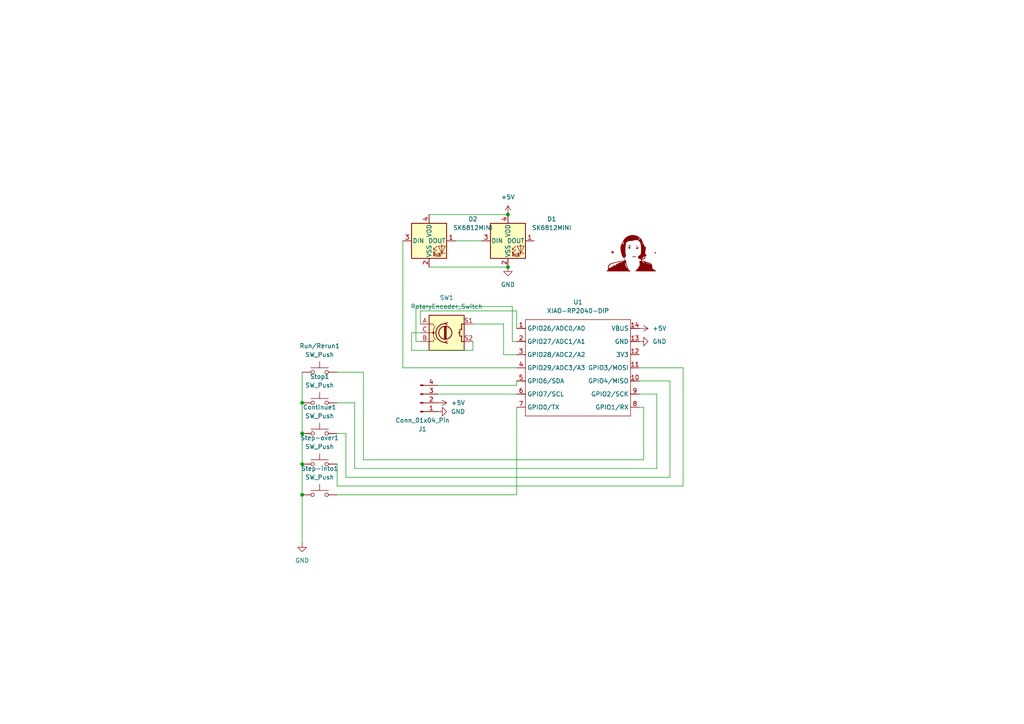
<source format=kicad_sch>
(kicad_sch (version 20250114) (generator "eeschema") (generator_version "9.0")
  (paper "A4")
  (lib_symbols
    (symbol "Connector:Conn_01x04_Pin" (pin_names (offset 1.016) (hide yes))
      (property "Reference" "J" (at 0 5.08 0))
      (property "Value" "Conn_01x04_Pin" (at 0 -7.62 0))
      (symbol "Conn_01x04_Pin_1_1"
        (rectangle (start 0.8636 2.667) (end 0 2.413) (stroke (width 0.1524)) (fill (type outline)))
        (rectangle (start 0.8636 0.127) (end 0 -0.127) (stroke (width 0.1524)) (fill (type outline)))
        (rectangle (start 0.8636 -2.413) (end 0 -2.667) (stroke (width 0.1524)) (fill (type outline)))
        (rectangle (start 0.8636 -4.953) (end 0 -5.207) (stroke (width 0.1524)) (fill (type outline)))
        (polyline (pts (xy 1.27 2.54) (xy 0.8636 2.54)) (stroke (width 0.1524)))
        (polyline (pts (xy 1.27 0) (xy 0.8636 0)) (stroke (width 0.1524)))
        (polyline (pts (xy 1.27 -2.54) (xy 0.8636 -2.54)) (stroke (width 0.1524)))
        (polyline (pts (xy 1.27 -5.08) (xy 0.8636 -5.08)) (stroke (width 0.1524)))
        (pin passive line (at 5.08 2.54 180) (length 3.81) (name "Pin_1") (number "1"))
        (pin passive line (at 5.08 0 180) (length 3.81) (name "Pin_2") (number "2"))
        (pin passive line (at 5.08 -2.54 180) (length 3.81) (name "Pin_3") (number "3"))
        (pin passive line (at 5.08 -5.08 180) (length 3.81) (name "Pin_4") (number "4"))
      )
    )
    (symbol "Device:RotaryEncoder_Switch" (pin_names (offset 0.254) (hide yes))
      (property "Reference" "SW" (at 0 6.604 0))
      (property "Value" "RotaryEncoder_Switch" (at 0 -6.604 0))
      (symbol "RotaryEncoder_Switch_0_1"
        (rectangle (start -5.08 5.08) (end 5.08 -5.08) (stroke (width 0.254)) (fill (type background)))
        (polyline (pts (xy -5.08 2.54) (xy -3.81 2.54) (xy -3.81 2.032)))
        (polyline (pts (xy -5.08 0) (xy -3.81 0) (xy -3.81 -1.016) (xy -3.302 -2.032)))
        (polyline (pts (xy -5.08 -2.54) (xy -3.81 -2.54) (xy -3.81 -2.032)))
        (polyline (pts (xy -4.318 0) (xy -3.81 0) (xy -3.81 1.016) (xy -3.302 2.032)))
        (circle (center -3.81 0) (radius 0.254) (fill (type outline)))
        (polyline (pts (xy -0.635 -1.778) (xy -0.635 1.778)) (stroke (width 0.254)))
        (circle (center -0.381 0) (radius 1.905) (stroke (width 0.254)))
        (polyline (pts (xy -0.381 -1.778) (xy -0.381 1.778)) (stroke (width 0.254)))
        (arc (start -0.381 -2.794) (mid -3.0988 -0.0635) (end -0.381 2.667) (stroke (width 0.254)))
        (polyline (pts (xy -0.127 1.778) (xy -0.127 -1.778)) (stroke (width 0.254)))
        (polyline (pts (xy 0.254 2.921) (xy -0.508 2.667) (xy 0.127 2.286)) (stroke (width 0.254)))
        (polyline (pts (xy 0.254 -3.048) (xy -0.508 -2.794) (xy 0.127 -2.413)) (stroke (width 0.254)))
        (polyline (pts (xy 3.81 1.016) (xy 3.81 -1.016)) (stroke (width 0.254)))
        (polyline (pts (xy 3.81 0) (xy 3.429 0)) (stroke (width 0.254)))
        (circle (center 4.318 1.016) (radius 0.127) (stroke (width 0.254)))
        (circle (center 4.318 -1.016) (radius 0.127) (stroke (width 0.254)))
        (polyline (pts (xy 5.08 2.54) (xy 4.318 2.54) (xy 4.318 1.016)) (stroke (width 0.254)))
        (polyline (pts (xy 5.08 -2.54) (xy 4.318 -2.54) (xy 4.318 -1.016)) (stroke (width 0.254)))
      )
      (symbol "RotaryEncoder_Switch_1_1"
        (pin passive line (at -7.62 2.54 0) (length 2.54) (name "A") (number "A"))
        (pin passive line (at -7.62 0 0) (length 2.54) (name "C") (number "C"))
        (pin passive line (at -7.62 -2.54 0) (length 2.54) (name "B") (number "B"))
        (pin passive line (at 7.62 2.54 180) (length 2.54) (name "S1") (number "S1"))
        (pin passive line (at 7.62 -2.54 180) (length 2.54) (name "S2") (number "S2"))
      )
    )
    (symbol "LED:SK6812MINI" (pin_names (offset 0.254))
      (property "Reference" "D" (at 5.08 5.715 0))
      (property "Value" "SK6812MINI" (at 1.27 -5.715 0))
      (symbol "SK6812MINI_0_0"
        (text "RGB" (at 2.286 -4.191 0) (effects (font (size 0.762 0.762))))
      )
      (symbol "SK6812MINI_0_1"
        (polyline (pts (xy 1.27 -2.54) (xy 1.778 -2.54)))
        (polyline (pts (xy 1.27 -3.556) (xy 1.778 -3.556)))
        (polyline (pts (xy 2.286 -1.524) (xy 1.27 -2.54) (xy 1.27 -2.032)))
        (polyline (pts (xy 2.286 -2.54) (xy 1.27 -3.556) (xy 1.27 -3.048)))
        (polyline (pts (xy 3.683 -1.016) (xy 3.683 -3.556) (xy 3.683 -4.064)))
        (polyline (pts (xy 4.699 -1.524) (xy 2.667 -1.524) (xy 3.683 -3.556) (xy 4.699 -1.524)))
        (polyline (pts (xy 4.699 -3.556) (xy 2.667 -3.556)))
        (rectangle (start 5.08 5.08) (end -5.08 -5.08) (stroke (width 0.254)) (fill (type background)))
      )
      (symbol "SK6812MINI_1_1"
        (pin input line (at -7.62 0 0) (length 2.54) (name "DIN") (number "3"))
        (pin power_in line (at 0 7.62 270) (length 2.54) (name "VDD") (number "4"))
        (pin power_in line (at 0 -7.62 90) (length 2.54) (name "VSS") (number "2"))
        (pin output line (at 7.62 0 180) (length 2.54) (name "DOUT") (number "1"))
      )
    )
    (symbol "OPL:XIAO-RP2040-DIP"
      (property "Reference" "U" (at 0 0 0))
      (property "Value" "XIAO-RP2040-DIP" (at 5.334 -1.778 0))
      (symbol "XIAO-RP2040-DIP_1_0"
        (polyline (pts (xy -1.27 -2.54) (xy 29.21 -2.54)) (stroke (width 0.1524)))
        (polyline (pts (xy -1.27 -5.08) (xy -2.54 -5.08)) (stroke (width 0.1524)))
        (polyline (pts (xy -1.27 -5.08) (xy -1.27 -2.54)) (stroke (width 0.1524)))
        (polyline (pts (xy -1.27 -8.89) (xy -2.54 -8.89)) (stroke (width 0.1524)))
        (polyline (pts (xy -1.27 -8.89) (xy -1.27 -5.08)) (stroke (width 0.1524)))
        (polyline (pts (xy -1.27 -12.7) (xy -2.54 -12.7)) (stroke (width 0.1524)))
        (polyline (pts (xy -1.27 -12.7) (xy -1.27 -8.89)) (stroke (width 0.1524)))
        (polyline (pts (xy -1.27 -16.51) (xy -2.54 -16.51)) (stroke (width 0.1524)))
        (polyline (pts (xy -1.27 -16.51) (xy -1.27 -12.7)) (stroke (width 0.1524)))
        (polyline (pts (xy -1.27 -20.32) (xy -2.54 -20.32)) (stroke (width 0.1524)))
        (polyline (pts (xy -1.27 -24.13) (xy -2.54 -24.13)) (stroke (width 0.1524)))
        (polyline (pts (xy -1.27 -27.94) (xy -2.54 -27.94)) (stroke (width 0.1524)))
        (polyline (pts (xy -1.27 -30.48) (xy -1.27 -16.51)) (stroke (width 0.1524)))
        (polyline (pts (xy 29.21 -2.54) (xy 29.21 -5.08)) (stroke (width 0.1524)))
        (polyline (pts (xy 29.21 -5.08) (xy 29.21 -8.89)) (stroke (width 0.1524)))
        (polyline (pts (xy 29.21 -8.89) (xy 29.21 -12.7)) (stroke (width 0.1524)))
        (polyline (pts (xy 29.21 -12.7) (xy 29.21 -30.48)) (stroke (width 0.1524)))
        (polyline (pts (xy 29.21 -30.48) (xy -1.27 -30.48)) (stroke (width 0.1524)))
        (polyline (pts (xy 30.48 -5.08) (xy 29.21 -5.08)) (stroke (width 0.1524)))
        (polyline (pts (xy 30.48 -8.89) (xy 29.21 -8.89)) (stroke (width 0.1524)))
        (polyline (pts (xy 30.48 -12.7) (xy 29.21 -12.7)) (stroke (width 0.1524)))
        (polyline (pts (xy 30.48 -16.51) (xy 29.21 -16.51)) (stroke (width 0.1524)))
        (polyline (pts (xy 30.48 -20.32) (xy 29.21 -20.32)) (stroke (width 0.1524)))
        (polyline (pts (xy 30.48 -24.13) (xy 29.21 -24.13)) (stroke (width 0.1524)))
        (polyline (pts (xy 30.48 -27.94) (xy 29.21 -27.94)) (stroke (width 0.1524)))
        (pin passive line (at -3.81 -5.08 0) (length 2.54) (name "GPIO26/ADC0/A0") (number "1"))
        (pin passive line (at -3.81 -8.89 0) (length 2.54) (name "GPIO27/ADC1/A1") (number "2"))
        (pin passive line (at -3.81 -12.7 0) (length 2.54) (name "GPIO28/ADC2/A2") (number "3"))
        (pin passive line (at -3.81 -16.51 0) (length 2.54) (name "GPIO29/ADC3/A3") (number "4"))
        (pin passive line (at -3.81 -20.32 0) (length 2.54) (name "GPIO6/SDA") (number "5"))
        (pin passive line (at -3.81 -24.13 0) (length 2.54) (name "GPIO7/SCL") (number "6"))
        (pin passive line (at -3.81 -27.94 0) (length 2.54) (name "GPIO0/TX") (number "7"))
        (pin passive line (at 31.75 -5.08 180) (length 2.54) (name "VBUS") (number "14"))
        (pin passive line (at 31.75 -8.89 180) (length 2.54) (name "GND") (number "13"))
        (pin passive line (at 31.75 -12.7 180) (length 2.54) (name "3V3") (number "12"))
        (pin passive line (at 31.75 -16.51 180) (length 2.54) (name "GPIO3/MOSI") (number "11"))
        (pin passive line (at 31.75 -20.32 180) (length 2.54) (name "GPIO4/MISO") (number "10"))
        (pin passive line (at 31.75 -24.13 180) (length 2.54) (name "GPIO2/SCK") (number "9"))
        (pin passive line (at 31.75 -27.94 180) (length 2.54) (name "GPIO1/RX") (number "8"))
      )
    )
    (symbol "Switch:SW_Push" (pin_numbers (hide yes)) (pin_names (offset 1.016) (hide yes))
      (property "Reference" "SW" (at 1.27 2.54 0))
      (property "Value" "SW_Push" (at 0 -1.524 0))
      (symbol "SW_Push_0_1"
        (circle (center -2.032 0) (radius 0.508))
        (polyline (pts (xy 0 1.27) (xy 0 3.048)))
        (circle (center 2.032 0) (radius 0.508))
        (polyline (pts (xy 2.54 1.27) (xy -2.54 1.27)))
        (pin passive line (at -5.08 0 0) (length 2.54) (name "1") (number "1"))
        (pin passive line (at 5.08 0 180) (length 2.54) (name "2") (number "2"))
      )
    )
    (symbol "aaaa:LOGO" (pin_names (offset 1.016))
      (symbol "LOGO_0_0"
        (polyline (pts (xy -4.9954 -0.9737) (xy -4.8827 -0.8534) (xy -4.8261 -0.7489) (xy -4.8578 -0.7073) (xy -4.9954 -0.6773) (xy -5.0953 -0.6539) (xy -5.1714 -0.5292) (xy -5.1831 -0.4619) (xy -5.2192 -0.4821) (xy -5.2532 -0.5243) (xy -5.3819 -0.5365) (xy -5.4079 -0.5288) (xy -5.4818 -0.5707) (xy -5.5034 -0.7529) (xy -5.4814 -0.9489) (xy -5.4043 -1.0088) (xy -5.2664 -0.9144) (xy -5.1861 -0.8666) (xy -5.1647 -0.9698) (xy -5.1602 -1.0612) (xy -5.118 -1.0759) (xy -4.9954 -0.9737)) (stroke (width 0.01)) (fill (type outline)))
        (polyline (pts (xy -4.0492 -4.3148) (xy -3.9371 -4.2333) (xy -3.9235 -4.2008) (xy -3.9694 -4.1487) (xy -3.9943 -4.1518) (xy -4.1064 -4.2333) (xy -4.12 -4.2658) (xy -4.0741 -4.318) (xy -4.0492 -4.3148)) (stroke (width 0.01)) (fill (type outline)))
        (polyline (pts (xy -1.6934 -2.8363) (xy -1.7357 -2.794) (xy -1.7781 -2.8363) (xy -1.7357 -2.8787) (xy -1.6934 -2.8363)) (stroke (width 0.01)) (fill (type outline)))
        (polyline (pts (xy -0.7621 1.0583) (xy -0.8044 1.1007) (xy -0.8467 1.0583) (xy -0.8044 1.016) (xy -0.7621 1.0583)) (stroke (width 0.01)) (fill (type outline)))
        (polyline (pts (xy -0.6774 0.5503) (xy -0.7197 0.5927) (xy -0.7621 0.5503) (xy -0.7197 0.508) (xy -0.6774 0.5503)) (stroke (width 0.01)) (fill (type outline)))
        (polyline (pts (xy -0.3435 -6.0536) (xy -0.3748 -6.0302) (xy -0.4989 -5.9159) (xy -0.6097 -5.7626) (xy -0.7235 -5.5396) (xy -0.8563 -5.2164) (xy -1.0243 -4.7625) (xy -1.0508 -4.6885) (xy -1.1882 -4.2812) (xy -1.2878 -3.9453) (xy -1.3417 -3.7094) (xy -1.3418 -3.6025) (xy -1.2985 -3.5374) (xy -1.2641 -3.359) (xy -1.3132 -3.2008) (xy -1.4324 -3.1327) (xy -1.5273 -3.1156) (xy -1.6373 -3.0268) (xy -1.6654 -2.9843) (xy -1.6867 -3.0601) (xy -1.7253 -3.17) (xy -1.9005 -3.2696) (xy -2.2244 -3.302) (xy -2.2434 -3.3022) (xy -2.5408 -3.3284) (xy -2.9575 -3.3928) (xy -3.4535 -3.4865) (xy -3.9893 -3.6007) (xy -4.5251 -3.7264) (xy -5.021 -3.855) (xy -5.4373 -3.9773) (xy -5.7343 -4.0847) (xy -5.8047 -4.1186) (xy -6.0894 -4.3094) (xy -6.3174 -4.5348) (xy -6.385 -4.6269) (xy -6.4824 -4.8075) (xy -6.5131 -5.0051) (xy -6.5062 -5.114) (xy -6.3501 -5.114) (xy -6.3459 -5.0122) (xy -6.2672 -4.7146) (xy -6.0744 -4.4664) (xy -5.7492 -4.2491) (xy -5.2731 -4.0445) (xy -5.053 -3.969) (xy -4.6118 -3.838) (xy -4.1208 -3.7116) (xy -3.6155 -3.597) (xy -3.1311 -3.5014) (xy -2.7031 -3.4322) (xy -2.3667 -3.3967) (xy -2.1573 -3.4021) (xy -2.0704 -3.4324) (xy -2.0956 -3.4847) (xy -2.2607 -3.5814) (xy -2.2708 -3.5867) (xy -2.5262 -3.6848) (xy -2.7631 -3.7253) (xy -2.7723 -3.7254) (xy -2.9764 -3.7619) (xy -3.2259 -3.8472) (xy -3.4687 -3.9578) (xy -3.6489 -4.0679) (xy -1.6219 -4.0679) (xy -1.611 -3.8806) (xy -1.5379 -3.81) (xy -1.4937 -3.8663) (xy -1.4052 -4.0541) (xy -1.2896 -4.3424) (xy -1.1607 -4.699) (xy -1.1115 -4.8434) (xy -0.988 -5.2325) (xy -0.9305 -5.4727) (xy -0.9391 -5.5696) (xy -1.0135 -5.5286) (xy -1.1538 -5.3552) (xy -1.2255 -5.2468) (xy -1.3723 -4.9613) (xy -1.4933 -4.6451) (xy -1.5796 -4.335) (xy -1.6219 -4.0679) (xy -3.6489 -4.0679) (xy -3.6525 -4.0701) (xy -3.7254 -4.1605) (xy -3.7299 -4.1765) (xy -3.8304 -4.2664) (xy -4.0217 -4.3658) (xy -4.0725 -4.3883) (xy -4.2474 -4.492) (xy -4.3181 -4.5798) (xy -4.381 -4.6305) (xy -4.5721 -4.6143) (xy -4.7535 -4.5967) (xy -4.8261 -4.6499) (xy -4.8458 -4.6964) (xy -4.9672 -4.7413) (xy -5.0344 -4.7508) (xy -5.0498 -4.7999) (xy -5.0515 -4.8182) (xy -5.1112 -4.8683) (xy -4.9107 -4.8683) (xy -4.8684 -4.826) (xy -4.8261 -4.8683) (xy -4.8684 -4.9107) (xy -4.9107 -4.8683) (xy -5.1112 -4.8683) (xy -5.1518 -4.9024) (xy -5.3615 -5.0288) (xy -5.6495 -5.1777) (xy -5.7758 -5.2388) (xy -6.0522 -5.3716) (xy -6.2486 -5.4644) (xy -6.3289 -5.5001) (xy -6.3355 -5.4816) (xy -6.346 -5.3434) (xy -6.3501 -5.114) (xy -6.5062 -5.114) (xy -6.4948 -5.2944) (xy -6.4817 -5.4368) (xy -6.4817 -5.6722) (xy -6.5358 -5.8408) (xy -6.66 -6.012) (xy -6.8731 -6.2653) (xy -3.4625 -6.2653) (xy -0.0519 -6.2653) (xy -0.3435 -6.0536)) (stroke (width 0.01)) (fill (type outline)))
        (polyline (pts (xy -0.2541 0.8043) (xy -0.2964 0.8467) (xy -0.3387 0.8043) (xy -0.2964 0.762) (xy -0.2541 0.8043)) (stroke (width 0.01)) (fill (type outline)))
        (polyline (pts (xy -0.2255 0.2881) (xy -0.1251 0.4297) (xy -0.1095 0.4795) (xy -0.0923 0.5946) (xy -0.1621 0.6555) (xy -0.3577 0.7088) (xy -0.4271 0.7238) (xy -0.5437 0.7209) (xy -0.5482 0.6361) (xy -0.5314 0.5826) (xy -0.4684 0.381) (xy -0.4622 0.3635) (xy -0.3593 0.263) (xy -0.2255 0.2881)) (stroke (width 0.01)) (fill (type outline)))
        (polyline (pts (xy -0.0722 1.0397) (xy 0.0423 1.1007) (xy 0.0472 1.1122) (xy -0.0141 1.1653) (xy -0.2068 1.1853) (xy -0.25 1.1845) (xy -0.4336 1.1563) (xy -0.5081 1.1007) (xy -0.4353 1.041) (xy -0.2591 1.016) (xy -0.0722 1.0397)) (stroke (width 0.01)) (fill (type outline)))
        (polyline (pts (xy 1.061 -2.1166) (xy 1.3359 -2.1058) (xy 1.519 -2.0786) (xy 1.5717 -2.0408) (xy 1.5253 -2.021) (xy 1.3511 -2.0052) (xy 1.1046 -2.0059) (xy 0.8441 -2.0207) (xy 0.6281 -2.0472) (xy 0.515 -2.0832) (xy 0.5144 -2.0839) (xy 0.5783 -2.1004) (xy 0.7699 -2.1122) (xy 1.0491 -2.1167) (xy 1.061 -2.1166)) (stroke (width 0.01)) (fill (type outline)))
        (polyline (pts (xy 1.8354 1.0365) (xy 1.9524 1.0498) (xy 1.9261 1.0744) (xy 1.8445 1.0875) (xy 1.6298 1.0744) (xy 1.6057 1.0665) (xy 1.6239 1.0445) (xy 1.7779 1.0357) (xy 1.8354 1.0365)) (stroke (width 0.01)) (fill (type outline)))
        (polyline (pts (xy 2.0186 0.2038) (xy 2.1205 0.3459) (xy 2.1777 0.4664) (xy 2.1678 0.5567) (xy 2.0319 0.5947) (xy 1.8882 0.6068) (xy 1.737 0.5652) (xy 1.6933 0.4304) (xy 1.7103 0.3354) (xy 1.7991 0.2254) (xy 1.8933 0.1922) (xy 2.0186 0.2038)) (stroke (width 0.01)) (fill (type outline)))
        (polyline (pts (xy 2.2013 0.7197) (xy 2.1589 0.762) (xy 2.1166 0.7197) (xy 2.1589 0.6773) (xy 2.2013 0.7197)) (stroke (width 0.01)) (fill (type outline)))
        (polyline (pts (xy 2.3706 0.5503) (xy 2.3283 0.5927) (xy 2.2859 0.5503) (xy 2.3283 0.508) (xy 2.3706 0.5503)) (stroke (width 0.01)) (fill (type outline)))
        (polyline (pts (xy 2.7331 2.8811) (xy 2.7939 2.9633) (xy 2.7778 3.0038) (xy 2.6619 3.048) (xy 2.6014 3.0358) (xy 2.5823 2.9633) (xy 2.5996 2.9402) (xy 2.7142 2.8787) (xy 2.7331 2.8811)) (stroke (width 0.01)) (fill (type outline)))
        (polyline (pts (xy 4.2333 -3.2597) (xy 4.1909 -3.2173) (xy 4.1486 -3.2597) (xy 4.1909 -3.302) (xy 4.2333 -3.2597)) (stroke (width 0.01)) (fill (type outline)))
        (polyline (pts (xy 5.6415 -6.259) (xy 6.2121 -6.2562) (xy 6.6886 -6.252) (xy 7.0524 -6.2466) (xy 7.2844 -6.2402) (xy 7.3659 -6.2329) (xy 7.3623 -6.2269) (xy 7.2691 -6.1516) (xy 7.0754 -6.0151) (xy 6.8156 -5.842) (xy 6.2653 -5.4834) (xy 6.2653 -5.0756) (xy 6.2599 -4.8852) (xy 6.2026 -4.5385) (xy 6.0647 -4.2705) (xy 5.8241 -4.0584) (xy 5.4589 -3.8794) (xy 4.9468 -3.7106) (xy 4.8446 -3.6807) (xy 4.5466 -3.5889) (xy 4.329 -3.515) (xy 4.2333 -3.4728) (xy 4.1688 -3.4451) (xy 4.0004 -3.4229) (xy 3.9187 -3.4203) (xy 3.5805 -3.4065) (xy 3.3734 -3.3852) (xy 3.2652 -3.3463) (xy 3.2239 -3.2796) (xy 3.2173 -3.175) (xy 3.2176 -3.1504) (xy 3.2628 -3.0025) (xy 3.413 -2.9633) (xy 3.6108 -2.9076) (xy 3.8135 -2.7728) (xy 3.8273 -2.7601) (xy 3.9832 -2.6408) (xy 4.0834 -2.6035) (xy 4.0941 -2.6061) (xy 4.1277 -2.5612) (xy 4.1293 -2.4482) (xy 4.1858 -2.2452) (xy 4.2778 -2.0257) (xy 4.3793 -1.85) (xy 4.4644 -1.778) (xy 4.4908 -1.7757) (xy 4.5672 -1.703) (xy 4.5553 -1.5719) (xy 4.4733 -1.4412) (xy 4.3391 -1.3699) (xy 4.2725 -1.3593) (xy 4.1997 -1.3291) (xy 4.1658 -1.2554) (xy 4.1683 -1.1075) (xy 4.2052 -0.8545) (xy 4.2743 -0.4657) (xy 4.314 -0.2151) (xy 4.3506 0.081) (xy 4.3769 0.3637) (xy 4.3912 0.602) (xy 4.3917 0.7649) (xy 4.3767 0.8215) (xy 4.3442 0.7408) (xy 4.3103 0.6626) (xy 4.2172 0.5927) (xy 4.1715 0.6361) (xy 4.1768 0.7832) (xy 4.2029 0.8945) (xy 4.1874 0.9193) (xy 4.0917 0.8043) (xy 4.0853 0.7961) (xy 4.0014 0.7003) (xy 3.981 0.7319) (xy 4.0092 0.9102) (xy 4.0238 1.0039) (xy 4.0143 1.1465) (xy 3.9291 1.1853) (xy 3.8465 1.217) (xy 3.8523 1.3547) (xy 3.8674 1.458) (xy 3.8218 1.524) (xy 3.7884 1.5314) (xy 3.7015 1.6298) (xy 3.6859 1.6487) (xy 3.699 1.5369) (xy 3.7005 1.4032) (xy 3.6231 1.3751) (xy 3.5998 1.3892) (xy 3.536 1.5404) (xy 3.5136 1.8316) (xy 3.5135 1.8439) (xy 3.4723 2.2042) (xy 3.3654 2.4772) (xy 3.2608 2.6687) (xy 3.2173 2.812) (xy 3.1633 2.9249) (xy 3.0011 3.1107) (xy 2.7655 3.3313) (xy 2.4918 3.556) (xy 2.2157 3.7537) (xy 1.9724 3.8939) (xy 1.9558 3.9016) (xy 1.2739 4.1293) (xy 0.5804 4.1925) (xy -0.1081 4.0936) (xy -0.7297 3.8523) (xy 0.2539 3.8523) (xy 0.2963 3.8947) (xy 0.3244 3.8665) (xy 0.7055 3.8665) (xy 0.7179 3.8766) (xy 0.8184 3.8665) (xy 0.8316 3.841) (xy 0.7619 3.81) (xy 0.7171 3.8161) (xy 0.7055 3.8665) (xy 0.3244 3.8665) (xy 0.3386 3.8523) (xy 0.2963 3.81) (xy 0.2539 3.8523) (xy -0.7297 3.8523) (xy -0.7403 3.8482) (xy -0.2189 3.8482) (xy -0.1315 3.8423) (xy -0.0665 3.813) (xy -0.0112 3.7677) (xy 0.9313 3.7677) (xy 0.9736 3.81) (xy 1.0159 3.7677) (xy 0.9736 3.7253) (xy 1.2699 3.7253) (xy 1.2734 3.7486) (xy 1.3596 3.81) (xy 1.3902 3.8034) (xy 1.3969 3.7253) (xy 1.3795 3.7) (xy 1.3073 3.6407) (xy 1.2988 3.6429) (xy 1.2699 3.7253) (xy 0.9736 3.7253) (xy 0.9313 3.7677) (xy -0.0112 3.7677) (xy -0.0001 3.7586) (xy -0.0235 3.7271) (xy -0.1206 3.7389) (xy -0.2112 3.809) (xy -0.2189 3.8482) (xy -0.7403 3.8482) (xy -0.7751 3.8347) (xy -1.1322 3.5983) (xy 2.2013 3.5983) (xy 2.2436 3.6407) (xy 2.2859 3.5983) (xy 2.2436 3.556) (xy 2.2013 3.5983) (xy -1.1322 3.5983) (xy -1.404 3.4184) (xy -1.4059 3.4167) (xy -1.6085 3.2143) (xy -1.7006 3.098) (xy 2.2123 3.098) (xy 2.3283 3.1327) (xy 2.3883 3.1481) (xy 2.4553 3.2616) (xy 2.4625 3.3244) (xy 2.5201 3.3369) (xy 2.6708 3.2494) (xy 2.8146 3.1107) (xy 2.8601 2.9723) (xy 2.8498 2.9397) (xy 2.7308 2.8457) (xy 2.5402 2.8375) (xy 2.342 2.9214) (xy 2.2479 3.0026) (xy 2.2123 3.098) (xy -1.7006 3.098) (xy -1.8207 2.9462) (xy -2.0112 2.6599) (xy -2.1486 2.4024) (xy -2.2014 2.2209) (xy -2.1644 2.1601) (xy -2.0216 2.0894) (xy -1.9561 2.0679) (xy -1.8798 1.9831) (xy -1.9002 1.8044) (xy -1.9395 1.6843) (xy -2.0417 1.4958) (xy -2.155 1.3758) (xy -2.2441 1.3691) (xy -2.2541 1.4571) (xy -2.2092 1.6306) (xy -2.1676 1.7885) (xy -2.1786 1.8963) (xy -2.1788 1.8965) (xy -2.3152 1.949) (xy -2.4447 1.8426) (xy -2.5548 1.5875) (xy -2.5828 1.4998) (xy -2.679 1.264) (xy -2.7699 1.1158) (xy -2.8067 1.06) (xy -2.8608 0.8264) (xy -2.8697 0.4815) (xy -2.8397 0.0601) (xy -2.777 -0.4028) (xy -2.7169 -0.7197) (xy -2.2861 -0.7197) (xy -2.2437 -0.6773) (xy -2.2014 -0.7197) (xy -2.2437 -0.762) (xy -2.2861 -0.7197) (xy -2.7169 -0.7197) (xy -2.6879 -0.8725) (xy -2.5786 -1.3142) (xy -2.4553 -1.6928) (xy -2.3242 -1.9737) (xy -2.1916 -2.1219) (xy -2.1857 -2.1252) (xy -2.0302 -2.2703) (xy -1.8968 -2.4831) (xy -1.8911 -2.4957) (xy -1.8145 -2.6538) (xy -1.7854 -2.6655) (xy -1.7861 -2.54) (xy -1.791 -2.4109) (xy -1.7767 -2.2194) (xy -1.7091 -2.1353) (xy -1.5664 -2.1167) (xy -1.5484 -2.1166) (xy -1.4513 -2.1084) (xy -1.3914 -2.0672) (xy -1.3662 -1.966) (xy -1.3736 -1.7781) (xy -1.4114 -1.4766) (xy -1.4774 -1.0346) (xy -1.5221 -0.7093) (xy -1.5502 -0.3786) (xy -1.5527 -0.0455) (xy -1.5298 0.345) (xy -1.4816 0.848) (xy -1.4744 0.9155) (xy -1.4271 1.3259) (xy -1.3813 1.6714) (xy -1.3419 1.9176) (xy -1.3138 2.0298) (xy -1.2747 2.0709) (xy -1.1173 2.1889) (xy -0.8942 2.3298) (xy -0.7501 2.4075) (xy -0.4397 2.5114) (xy -0.0731 2.5327) (xy 0.071 2.5348) (xy 0.4399 2.5768) (xy 0.7619 2.656) (xy 0.9411 2.7066) (xy 1.3005 2.7682) (xy 1.6597 2.7928) (xy 1.7716 2.7914) (xy 2.0905 2.7526) (xy 2.337 2.6398) (xy 2.3968 2.5811) (xy 3.0109 2.5811) (xy 3.0526 2.609) (xy 3.1316 2.5486) (xy 3.2276 2.3875) (xy 3.2461 2.3352) (xy 3.2712 2.2169) (xy 3.2188 2.2464) (xy 3.0916 2.4229) (xy 3.0819 2.4377) (xy 3.0109 2.5811) (xy 2.3968 2.5811) (xy 2.4915 2.4881) (xy 2.7384 2.4881) (xy 2.7889 2.54) (xy 2.8135 2.5368) (xy 2.8786 2.4553) (xy 2.8776 2.4362) (xy 2.8412 2.3707) (xy 2.8277 2.3746) (xy 2.7516 2.4553) (xy 2.7384 2.4881) (xy 2.4915 2.4881) (xy 2.5557 2.425) (xy 2.7909 2.0803) (xy 2.8172 2.032) (xy 2.9633 2.032) (xy 2.9776 2.071) (xy 3.0903 2.1167) (xy 3.1487 2.1071) (xy 3.2173 2.032) (xy 3.2029 1.9931) (xy 3.0903 1.9473) (xy 3.0318 1.9569) (xy 2.9633 2.032) (xy 2.8172 2.032) (xy 2.8627 1.9483) (xy 2.9102 1.8203) (xy 3.2173 1.8203) (xy 3.2596 1.8627) (xy 3.3019 1.8203) (xy 3.2596 1.778) (xy 3.2173 1.8203) (xy 2.9102 1.8203) (xy 2.9503 1.712) (xy 3.0128 1.4128) (xy 3.0537 1.0243) (xy 3.0766 0.5199) (xy 3.0849 -0.127) (xy 3.0821 -0.409) (xy 3.0455 -0.9661) (xy 2.9676 -1.368) (xy 2.8494 -1.6114) (xy 2.6915 -1.6933) (xy 2.5154 -1.7294) (xy 2.3228 -1.8813) (xy 2.2174 -2.1051) (xy 2.2195 -2.3493) (xy 2.2867 -2.4596) (xy 3.1383 -2.4596) (xy 3.1392 -2.3444) (xy 3.1651 -2.2374) (xy 3.2314 -2.2663) (xy 3.287 -2.3754) (xy 3.2372 -2.5584) (xy 3.2302 -2.5727) (xy 3.1716 -2.6767) (xy 3.1465 -2.6445) (xy 3.1383 -2.4596) (xy 2.2867 -2.4596) (xy 2.3494 -2.5626) (xy 2.3555 -2.5679) (xy 2.547 -2.6671) (xy 2.7939 -2.7239) (xy 2.9774 -2.7541) (xy 2.9869 -2.762) (xy 3.3199 -2.762) (xy 3.3988 -2.5628) (xy 3.5983 -2.2971) (xy 3.7064 -2.1712) (xy 3.8417 -1.9886) (xy 3.8946 -1.8786) (xy 3.8977 -1.8525) (xy 3.9793 -1.7357) (xy 3.9988 -1.7308) (xy 4.0464 -1.8156) (xy 4.0639 -2.0335) (xy 4.0603 -2.1436) (xy 3.995 -2.4012) (xy 3.8164 -2.6312) (xy 3.6747 -2.7591) (xy 3.471 -2.8803) (xy 3.3484 -2.8745) (xy 3.3199 -2.762) (xy 2.9869 -2.762) (xy 3.0789 -2.8385) (xy 3.1168 -3.0268) (xy 3.1219 -3.2086) (xy 3.0567 -3.2874) (xy 2.8729 -3.302) (xy 2.6026 -3.302) (xy 2.6343 -3.5098) (xy 3.2645 -3.5098) (xy 3.3141 -3.4987) (xy 3.5136 -3.5227) (xy 3.7816 -3.5649) (xy 4.0066 -3.6188) (xy 4.1183 -3.6826) (xy 4.1415 -3.7482) (xy 4.3441 -3.7482) (xy 4.4307 -3.7253) (xy 4.5596 -3.7458) (xy 4.8144 -3.82) (xy 5.1213 -3.9289) (xy 5.4266 -4.0519) (xy 5.6768 -4.1685) (xy 5.8181 -4.2579) (xy 5.8437 -4.2842) (xy 5.8932 -4.3739) (xy 5.8018 -4.4324) (xy 5.7215 -4.4502) (xy 5.7244 -4.3873) (xy 5.7389 -4.3309) (xy 5.6397 -4.345) (xy 5.5522 -4.3648) (xy 5.5551 -4.3026) (xy 5.5704 -4.2469) (xy 5.4748 -4.2586) (xy 5.397 -4.2747) (xy 5.3339 -4.2307) (xy 5.3185 -4.1921) (xy 5.2039 -4.1487) (xy 5.0636 -4.1138) (xy 4.869 -4.0144) (xy 4.7055 -3.9352) (xy 4.5852 -3.9288) (xy 4.5227 -3.9342) (xy 4.4018 -3.8514) (xy 4.3942 -3.8421) (xy 4.3441 -3.7482) (xy 4.1415 -3.7482) (xy 4.1486 -3.7684) (xy 4.1421 -3.8137) (xy 4.0508 -3.9451) (xy 4.0035 -3.9657) (xy 4.0135 -3.9077) (xy 4.014 -3.9069) (xy 3.9944 -3.834) (xy 3.8149 -3.81) (xy 3.8078 -3.81) (xy 3.6297 -3.7883) (xy 3.5559 -3.7383) (xy 3.5101 -3.6686) (xy 3.3654 -3.5706) (xy 3.3476 -3.5615) (xy 3.2645 -3.5098) (xy 2.6343 -3.5098) (xy 2.6639 -3.7042) (xy 2.6798 -3.8149) (xy 2.714 -4.1099) (xy 2.7296 -4.3359) (xy 2.7129 -4.4616) (xy 2.6867 -4.5297) (xy 5.9266 -4.5297) (xy 5.9689 -4.4873) (xy 6.0113 -4.5297) (xy 5.9689 -4.572) (xy 5.9266 -4.5297) (xy 2.6867 -4.5297) (xy 2.6008 -4.7533) (xy 2.4077 -5.0963) (xy 2.1622 -5.4509) (xy 1.8932 -5.7771) (xy 1.6292 -6.0351) (xy 1.3989 -6.1851) (xy 1.3974 -6.1857) (xy 1.4453 -6.2017) (xy 1.6443 -6.2165) (xy 1.9771 -6.23) (xy 2.4262 -6.2415) (xy 2.9741 -6.2506) (xy 3.6035 -6.2569) (xy 4.2968 -6.2599) (xy 4.9957 -6.2603) (xy 5.6415 -6.259)) (stroke (width 0.01)) (fill (type outline)))
        (polyline (pts (xy 7.2726 -1.0443) (xy 7.351 -0.9031) (xy 7.3471 -0.8266) (xy 7.2501 -0.762) (xy 7.1696 -0.7753) (xy 7.0584 -0.8751) (xy 7.0723 -1.0205) (xy 7.1524 -1.0806) (xy 7.2726 -1.0443)) (stroke (width 0.01)) (fill (type outline)))
      )
    )
    (symbol "power:+5V" (power) (pin_numbers (hide yes)) (pin_names (offset 0) (hide yes))
      (property "Value" "+5V" (at 0 3.556 0))
      (symbol "+5V_0_1"
        (polyline (pts (xy -0.762 1.27) (xy 0 2.54)))
        (polyline (pts (xy 0 2.54) (xy 0.762 1.27)))
        (polyline (pts (xy 0 0) (xy 0 2.54)))
      )
      (symbol "+5V_1_1"
        (pin power_in line (at 0 0 90) (length 0) (name "~") (number "1"))
      )
    )
    (symbol "power:GND" (power) (pin_numbers (hide yes)) (pin_names (offset 0) (hide yes))
      (property "Value" "GND" (at 0 -3.81 0))
      (symbol "GND_0_1"
        (polyline (pts (xy 0 0) (xy 0 -1.27) (xy 1.27 -1.27) (xy 0 -2.54) (xy -1.27 -1.27) (xy 0 -1.27)))
      )
      (symbol "GND_1_1"
        (pin power_in line (at 0 0 270) (length 0) (name "~") (number "1"))
      )
    )
  )
  (junction (at 87.63 125.73))
  (junction (at 147.32 77.47))
  (junction (at 87.63 134.62))
  (junction (at 87.63 116.84))
  (junction (at 87.63 143.51))
  (junction (at 147.32 62.23))
  (wire (pts (xy 97.79 140.97) (xy 97.79 134.62)))
  (wire (pts (xy 105.41 133.35) (xy 105.41 107.95)))
  (wire (pts (xy 185.42 118.11) (xy 186.69 118.11)))
  (wire (pts (xy 149.86 118.11) (xy 149.86 143.51)))
  (wire (pts (xy 121.92 90.17) (xy 149.86 90.17)))
  (wire (pts (xy 102.87 135.89) (xy 102.87 116.84)))
  (wire (pts (xy 146.05 93.98) (xy 146.05 102.87)))
  (wire (pts (xy 124.46 62.23) (xy 147.32 62.23)))
  (wire (pts (xy 190.5 114.3) (xy 190.5 135.89)))
  (wire (pts (xy 105.41 107.95) (xy 97.79 107.95)))
  (wire (pts (xy 127 111.76) (xy 149.86 111.76)))
  (wire (pts (xy 102.87 135.89) (xy 190.5 135.89)))
  (wire (pts (xy 121.92 93.98) (xy 121.92 90.17)))
  (wire (pts (xy 186.69 133.35) (xy 105.41 133.35)))
  (wire (pts (xy 87.63 116.84) (xy 87.63 125.73)))
  (wire (pts (xy 127 114.3) (xy 149.86 114.3)))
  (wire (pts (xy 186.69 118.11) (xy 186.69 133.35)))
  (wire (pts (xy 120.65 88.9) (xy 148.59 88.9)))
  (wire (pts (xy 194.31 138.43) (xy 194.31 110.49)))
  (wire (pts (xy 185.42 106.68) (xy 198.12 106.68)))
  (wire (pts (xy 148.59 88.9) (xy 148.59 99.06)))
  (wire (pts (xy 97.79 116.84) (xy 102.87 116.84)))
  (wire (pts (xy 119.38 101.6) (xy 137.16 101.6)))
  (wire (pts (xy 87.63 143.51) (xy 87.63 157.48)))
  (wire (pts (xy 87.63 125.73) (xy 87.63 134.62)))
  (wire (pts (xy 198.12 106.68) (xy 198.12 140.97)))
  (wire (pts (xy 137.16 93.98) (xy 146.05 93.98)))
  (wire (pts (xy 137.16 101.6) (xy 137.16 99.06)))
  (wire (pts (xy 100.33 138.43) (xy 194.31 138.43)))
  (wire (pts (xy 124.46 77.47) (xy 147.32 77.47)))
  (wire (pts (xy 149.86 106.68) (xy 116.84 106.68)))
  (wire (pts (xy 121.92 96.52) (xy 119.38 96.52)))
  (wire (pts (xy 149.86 111.76) (xy 149.86 110.49)))
  (wire (pts (xy 194.31 110.49) (xy 185.42 110.49)))
  (wire (pts (xy 198.12 140.97) (xy 97.79 140.97)))
  (wire (pts (xy 87.63 134.62) (xy 87.63 143.51)))
  (wire (pts (xy 149.86 143.51) (xy 97.79 143.51)))
  (wire (pts (xy 149.86 90.17) (xy 149.86 95.25)))
  (wire (pts (xy 132.08 69.85) (xy 139.7 69.85)))
  (wire (pts (xy 87.63 107.95) (xy 87.63 116.84)))
  (wire (pts (xy 119.38 96.52) (xy 119.38 101.6)))
  (wire (pts (xy 121.92 99.06) (xy 120.65 99.06)))
  (wire (pts (xy 116.84 106.68) (xy 116.84 69.85)))
  (wire (pts (xy 120.65 99.06) (xy 120.65 88.9)))
  (wire (pts (xy 148.59 99.06) (xy 149.86 99.06)))
  (wire (pts (xy 97.79 125.73) (xy 100.33 125.73)))
  (wire (pts (xy 146.05 102.87) (xy 149.86 102.87)))
  (wire (pts (xy 185.42 114.3) (xy 190.5 114.3)))
  (wire (pts (xy 100.33 138.43) (xy 100.33 125.73)))
  (symbol (lib_id "OPL:XIAO-RP2040-DIP") (at 153.67 90.17 0) (unit 1)
    (property "Reference" "U1" (at 167.64 87.63 0))
    (property "Value" "XIAO-RP2040-DIP" (at 167.64 90.17 0))
    (property "Footprint" "OPL:XIAO-RP2040-DIP" (effects (hide yes)))
  )
  (symbol (lib_id "aaaa:LOGO") (at 182.88 72.39 0) (unit 1)
    (property "Reference" "#G1" (effects (hide yes)))
    (property "Value" "LOGO" (effects (hide yes)))
  )
  (symbol (lib_id "Switch:SW_Push") (at 92.71 116.84 0) (unit 1)
    (property "Reference" "Stop1" (at 92.71 109.22 0))
    (property "Value" "SW_Push" (at 92.71 111.76 0))
    (property "Footprint" "Button_Switch_Keyboard:SW_Cherry_MX_1.00u_PCB" (effects (hide yes)))
    (property "Description" "Push button switch, generic, two pins" (effects (hide yes)))
  )
  (symbol (lib_id "power:+5V") (at 147.32 62.23 0) (unit 1)
    (property "Reference" "#PWR03" (effects (hide yes)))
    (property "Value" "+5V" (at 147.32 57.15 0))
    (property "Description" "Power symbol creates a global label with name \"+5V\"" (effects (hide yes)))
  )
  (symbol (lib_id "LED:SK6812MINI") (at 147.32 69.85 0) (unit 1)
    (property "Reference" "D1" (at 160.02 63.5314 0))
    (property "Value" "SK6812MINI" (at 160.02 66.0714 0))
    (property "Footprint" "LED_SMD:LED_SK6812MINI_PLCC4_3.5x3.5mm_P1.75mm" (effects (hide yes)))
    (property "Datasheet" "https://cdn-shop.adafruit.com/product-files/2686/SK6812MINI_REV.01-1-2.pdf" (effects (hide yes)))
    (property "Description" "RGB LED with integrated controller" (effects (hide yes)))
  )
  (symbol (lib_id "Device:RotaryEncoder_Switch") (at 129.54 96.52 0) (unit 1)
    (property "Reference" "SW1" (at 129.54 86.36 0))
    (property "Value" "RotaryEncoder_Switch" (at 129.54 88.9 0))
    (property "Footprint" "Rotary_Encoder:RotaryEncoder_Alps_EC11E-Switch_Vertical_H20mm" (effects (hide yes)))
    (property "Description" "Rotary encoder, dual channel, incremental quadrate outputs, with switch" (effects (hide yes)))
  )
  (symbol (lib_id "power:GND") (at 185.42 99.06 90) (unit 1)
    (property "Reference" "#PWR06" (effects (hide yes)))
    (property "Value" "GND" (at 189.23 99.0599 90) (effects (justify right)))
    (property "Description" "Power symbol creates a global label with name \"GND\" , ground" (effects (hide yes)))
  )
  (symbol (lib_id "Switch:SW_Push") (at 92.71 143.51 0) (unit 1)
    (property "Reference" "Step-into1" (at 92.71 135.89 0))
    (property "Value" "SW_Push" (at 92.71 138.43 0))
    (property "Footprint" "Button_Switch_Keyboard:SW_Cherry_MX_1.00u_PCB" (effects (hide yes)))
    (property "Description" "Push button switch, generic, two pins" (effects (hide yes)))
  )
  (symbol (lib_id "power:GND") (at 147.32 77.47 0) (unit 1)
    (property "Reference" "#PWR02" (effects (hide yes)))
    (property "Value" "GND" (at 147.32 82.55 0))
    (property "Description" "Power symbol creates a global label with name \"GND\" , ground" (effects (hide yes)))
  )
  (symbol (lib_id "power:GND") (at 127 119.38 90) (mirror x) (unit 1)
    (property "Reference" "#PWR04" (effects (hide yes)))
    (property "Value" "GND" (at 130.81 119.3799 90) (effects (justify right)))
    (property "Description" "Power symbol creates a global label with name \"GND\" , ground" (effects (hide yes)))
  )
  (symbol (lib_id "Connector:Conn_01x04_Pin") (at 121.92 116.84 0) (mirror x) (unit 1)
    (property "Reference" "J1" (at 122.555 124.46 0))
    (property "Value" "Conn_01x04_Pin" (at 122.555 121.92 0))
    (property "Footprint" "Display:ER-OLED0.42-1W_Folded" (effects (hide yes)))
    (property "Description" "Generic connector, single row, 01x04, script generated" (effects (hide yes)))
  )
  (symbol (lib_id "Switch:SW_Push") (at 92.71 134.62 0) (unit 1)
    (property "Reference" "Step-over1" (at 92.71 127 0))
    (property "Value" "SW_Push" (at 92.71 129.54 0))
    (property "Footprint" "Button_Switch_Keyboard:SW_Cherry_MX_1.00u_PCB" (effects (hide yes)))
    (property "Description" "Push button switch, generic, two pins" (effects (hide yes)))
  )
  (symbol (lib_id "power:+5V") (at 185.42 95.25 270) (unit 1)
    (property "Reference" "#PWR07" (effects (hide yes)))
    (property "Value" "+5V" (at 189.23 95.2499 90) (effects (justify left)))
    (property "Description" "Power symbol creates a global label with name \"+5V\"" (effects (hide yes)))
  )
  (symbol (lib_id "LED:SK6812MINI") (at 124.46 69.85 0) (unit 1)
    (property "Reference" "D2" (at 137.16 63.5314 0))
    (property "Value" "SK6812MINI" (at 137.16 66.0714 0))
    (property "Footprint" "LED_SMD:LED_SK6812MINI_PLCC4_3.5x3.5mm_P1.75mm" (effects (hide yes)))
    (property "Datasheet" "https://cdn-shop.adafruit.com/product-files/2686/SK6812MINI_REV.01-1-2.pdf" (effects (hide yes)))
    (property "Description" "RGB LED with integrated controller" (effects (hide yes)))
  )
  (symbol (lib_id "Switch:SW_Push") (at 92.71 125.73 0) (unit 1)
    (property "Reference" "Continue1" (at 92.71 118.11 0))
    (property "Value" "SW_Push" (at 92.71 120.65 0))
    (property "Footprint" "Button_Switch_Keyboard:SW_Cherry_MX_1.00u_PCB" (effects (hide yes)))
    (property "Description" "Push button switch, generic, two pins" (effects (hide yes)))
  )
  (symbol (lib_id "power:GND") (at 87.63 157.48 0) (unit 1)
    (property "Reference" "#PWR01" (effects (hide yes)))
    (property "Value" "GND" (at 87.63 162.56 0))
    (property "Description" "Power symbol creates a global label with name \"GND\" , ground" (effects (hide yes)))
  )
  (symbol (lib_id "Switch:SW_Push") (at 92.71 107.95 0) (unit 1)
    (property "Reference" "Run/Rerun1" (at 92.71 100.33 0))
    (property "Value" "SW_Push" (at 92.71 102.87 0))
    (property "Footprint" "Button_Switch_Keyboard:SW_Cherry_MX_1.00u_PCB" (effects (hide yes)))
    (property "Description" "Push button switch, generic, two pins" (effects (hide yes)))
  )
  (symbol (lib_id "power:+5V") (at 127 116.84 270) (mirror x) (unit 1)
    (property "Reference" "#PWR05" (effects (hide yes)))
    (property "Value" "+5V" (at 130.81 116.8399 90) (effects (justify left)))
    (property "Description" "Power symbol creates a global label with name \"+5V\"" (effects (hide yes)))
  )
)
</source>
